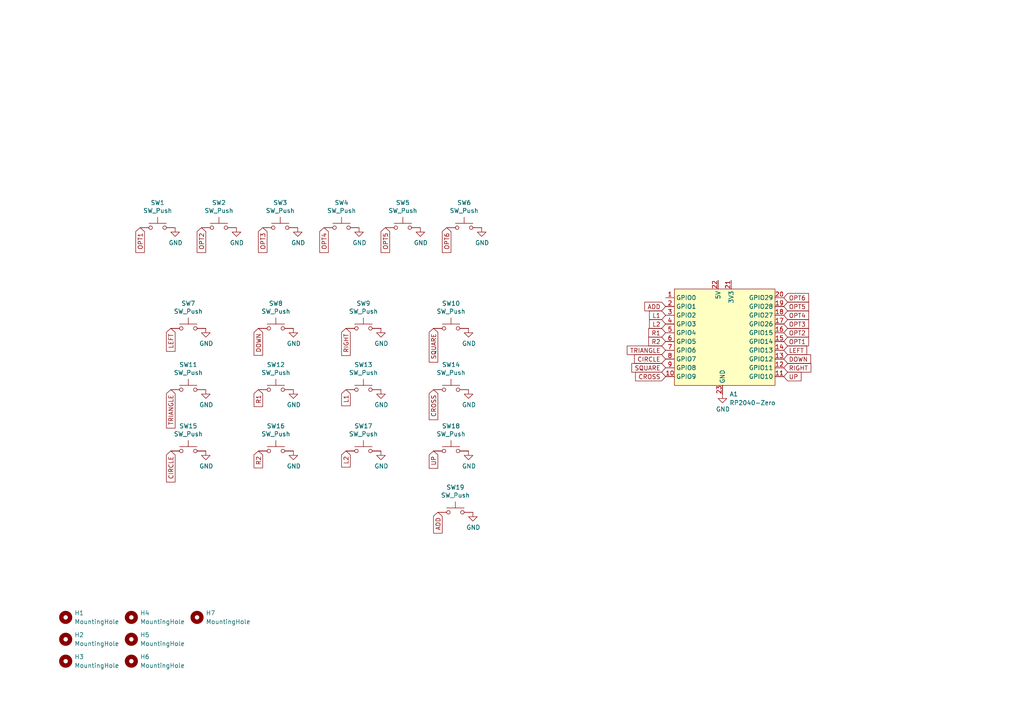
<source format=kicad_sch>
(kicad_sch (version 20230121) (generator eeschema)
  (paper "A4")
  (lib_symbols
    (symbol "Mechanical:MountingHole" (pin_names (offset 1.016))
      (property "Reference" "H" (at 0 5.08 0))
      (property "Value" "MountingHole" (at 0 3.175 0))
      (symbol "MountingHole_0_1"
        (circle (center 0 0) (radius 1.27) (stroke (width 1.27)))
      )
    )
    (symbol "RP2040-Zero:RP2040-Zero"
      (property "Reference" "U" (at 0 1.27 0))
      (property "Value" "RP2040-Zero" (at 0 -1.27 0))
      (symbol "RP2040-Zero_0_1"
        (rectangle (start -13.97 12.7) (end 15.24 -15.24) (fill (type background)))
      )
      (symbol "RP2040-Zero_1_1"
        (pin bidirectional line (at -16.51 10.16 0) (length 2.54) (name "GPIO0") (number "1"))
        (pin bidirectional line (at -16.51 -12.7 0) (length 2.54) (name "GPIO9") (number "10"))
        (pin bidirectional line (at 17.78 -12.7 180) (length 2.54) (name "GPIO10") (number "11"))
        (pin bidirectional line (at 17.78 -10.16 180) (length 2.54) (name "GPIO11") (number "12"))
        (pin bidirectional line (at 17.78 -7.62 180) (length 2.54) (name "GPIO12") (number "13"))
        (pin bidirectional line (at 17.78 -5.08 180) (length 2.54) (name "GPIO13") (number "14"))
        (pin bidirectional line (at 17.78 -2.54 180) (length 2.54) (name "GPIO14") (number "15"))
        (pin bidirectional line (at 17.78 0 180) (length 2.54) (name "GPIO15") (number "16"))
        (pin bidirectional line (at 17.78 2.54 180) (length 2.54) (name "GPIO26") (number "17"))
        (pin bidirectional line (at 17.78 5.08 180) (length 2.54) (name "GPIO27") (number "18"))
        (pin bidirectional line (at 17.78 7.62 180) (length 2.54) (name "GPIO28") (number "19"))
        (pin bidirectional line (at -16.51 7.62 0) (length 2.54) (name "GPIO1") (number "2"))
        (pin bidirectional line (at 17.78 10.16 180) (length 2.54) (name "GPIO29") (number "20"))
        (pin power_out line (at 2.54 15.24 270) (length 2.54) (name "3V3") (number "21"))
        (pin power_in line (at -1.27 15.24 270) (length 2.54) (name "5V") (number "22"))
        (pin power_in line (at 0 -17.78 90) (length 2.54) (name "GND") (number "23"))
        (pin bidirectional line (at -16.51 5.08 0) (length 2.54) (name "GPIO2") (number "3"))
        (pin bidirectional line (at -16.51 2.54 0) (length 2.54) (name "GPIO3") (number "4"))
        (pin bidirectional line (at -16.51 0 0) (length 2.54) (name "GPIO4") (number "5"))
        (pin bidirectional line (at -16.51 -2.54 0) (length 2.54) (name "GPIO5") (number "6"))
        (pin bidirectional line (at -16.51 -5.08 0) (length 2.54) (name "GPIO6") (number "7"))
        (pin bidirectional line (at -16.51 -7.62 0) (length 2.54) (name "GPIO7") (number "8"))
        (pin bidirectional line (at -16.51 -10.16 0) (length 2.54) (name "GPIO8") (number "9"))
      )
    )
    (symbol "Switch:SW_Push" (pin_numbers hide) (pin_names (offset 1.016) hide)
      (property "Reference" "SW" (at 1.27 2.54 0))
      (property "Value" "SW_Push" (at 0 -1.524 0))
      (symbol "SW_Push_0_1"
        (circle (center -2.032 0) (radius 0.508))
        (polyline (pts (xy 0 1.27) (xy 0 3.048)))
        (polyline (pts (xy 2.54 1.27) (xy -2.54 1.27)))
        (circle (center 2.032 0) (radius 0.508))
        (pin passive line (at -5.08 0 0) (length 2.54) (name "1") (number "1"))
        (pin passive line (at 5.08 0 180) (length 2.54) (name "2") (number "2"))
      )
    )
    (symbol "power:GND" (power) (pin_names (offset 0))
      (property "Value" "GND" (at 0 -3.81 0))
      (symbol "GND_0_1"
        (polyline (pts (xy 0 0) (xy 0 -1.27) (xy 1.27 -1.27) (xy 0 -2.54) (xy -1.27 -1.27) (xy 0 -1.27)))
      )
      (symbol "GND_1_1"
        (pin power_in line (at 0 0 270) (length 0) hide (name "GND") (number "1"))
      )
    )
  )
  (global_label "TRIANGLE" (shape input) (at 49.53 113.03 270) (property "Intersheetrefs" "${INTERSHEET_REFS}" (effects hide)))
  (global_label "CROSS" (shape input) (at 125.73 113.03 270) (property "Intersheetrefs" "${INTERSHEET_REFS}" (effects hide)))
  (global_label "R2" (shape input) (at 74.93 130.81 270) (property "Intersheetrefs" "${INTERSHEET_REFS}" (effects hide)))
  (global_label "TRIANGLE" (shape input) (at 193.04 101.6 180) (property "Intersheetrefs" "${INTERSHEET_REFS}" (effects hide)))
  (global_label "OPT1" (shape input) (at 227.33 99.06 0) (property "Intersheetrefs" "${INTERSHEET_REFS}" (effects hide)))
  (global_label "L2" (shape input) (at 100.33 130.81 270) (property "Intersheetrefs" "${INTERSHEET_REFS}" (effects hide)))
  (global_label "R1" (shape input) (at 74.93 113.03 270) (property "Intersheetrefs" "${INTERSHEET_REFS}" (effects hide)))
  (global_label "RIGHT" (shape input) (at 100.33 95.25 270) (property "Intersheetrefs" "${INTERSHEET_REFS}" (effects hide)))
  (global_label "SQUARE" (shape input) (at 125.73 95.25 270) (property "Intersheetrefs" "${INTERSHEET_REFS}" (effects hide)))
  (global_label "OPT6" (shape input) (at 129.54 66.04 270) (property "Intersheetrefs" "${INTERSHEET_REFS}" (effects hide)))
  (global_label "ADD" (shape input) (at 193.04 88.9 180) (property "Intersheetrefs" "${INTERSHEET_REFS}" (effects hide)))
  (global_label "SQUARE" (shape input) (at 193.04 106.68 180) (property "Intersheetrefs" "${INTERSHEET_REFS}" (effects hide)))
  (global_label "OPT2" (shape input) (at 58.42 66.04 270) (property "Intersheetrefs" "${INTERSHEET_REFS}" (effects hide)))
  (global_label "UP" (shape input) (at 125.73 130.81 270) (property "Intersheetrefs" "${INTERSHEET_REFS}" (effects hide)))
  (global_label "RIGHT" (shape input) (at 227.33 106.68 0) (property "Intersheetrefs" "${INTERSHEET_REFS}" (effects hide)))
  (global_label "R1" (shape input) (at 193.04 96.52 180) (property "Intersheetrefs" "${INTERSHEET_REFS}" (effects hide)))
  (global_label "OPT3" (shape input) (at 227.33 93.98 0) (property "Intersheetrefs" "${INTERSHEET_REFS}" (effects hide)))
  (global_label "CIRCLE" (shape input) (at 193.04 104.14 180) (property "Intersheetrefs" "${INTERSHEET_REFS}" (effects hide)))
  (global_label "L2" (shape input) (at 193.04 93.98 180) (property "Intersheetrefs" "${INTERSHEET_REFS}" (effects hide)))
  (global_label "CROSS" (shape input) (at 193.04 109.22 180) (property "Intersheetrefs" "${INTERSHEET_REFS}" (effects hide)))
  (global_label "OPT4" (shape input) (at 227.33 91.44 0) (property "Intersheetrefs" "${INTERSHEET_REFS}" (effects hide)))
  (global_label "DOWN" (shape input) (at 74.93 95.25 270) (property "Intersheetrefs" "${INTERSHEET_REFS}" (effects hide)))
  (global_label "LEFT" (shape input) (at 227.33 101.6 0) (property "Intersheetrefs" "${INTERSHEET_REFS}" (effects hide)))
  (global_label "OPT6" (shape input) (at 227.33 86.36 0) (property "Intersheetrefs" "${INTERSHEET_REFS}" (effects hide)))
  (global_label "DOWN" (shape input) (at 227.33 104.14 0) (property "Intersheetrefs" "${INTERSHEET_REFS}" (effects hide)))
  (global_label "R2" (shape input) (at 193.04 99.06 180) (property "Intersheetrefs" "${INTERSHEET_REFS}" (effects hide)))
  (global_label "LEFT" (shape input) (at 49.53 95.25 270) (property "Intersheetrefs" "${INTERSHEET_REFS}" (effects hide)))
  (global_label "UP" (shape input) (at 227.33 109.22 0) (property "Intersheetrefs" "${INTERSHEET_REFS}" (effects hide)))
  (global_label "OPT4" (shape input) (at 93.98 66.04 270) (property "Intersheetrefs" "${INTERSHEET_REFS}" (effects hide)))
  (global_label "OPT5" (shape input) (at 111.76 66.04 270) (property "Intersheetrefs" "${INTERSHEET_REFS}" (effects hide)))
  (global_label "L1" (shape input) (at 100.33 113.03 270) (property "Intersheetrefs" "${INTERSHEET_REFS}" (effects hide)))
  (global_label "CIRCLE" (shape input) (at 49.53 130.81 270) (property "Intersheetrefs" "${INTERSHEET_REFS}" (effects hide)))
  (global_label "OPT1" (shape input) (at 40.64 66.04 270) (property "Intersheetrefs" "${INTERSHEET_REFS}" (effects hide)))
  (global_label "OPT2" (shape input) (at 227.33 96.52 0) (property "Intersheetrefs" "${INTERSHEET_REFS}" (effects hide)))
  (global_label "OPT3" (shape input) (at 76.2 66.04 270) (property "Intersheetrefs" "${INTERSHEET_REFS}" (effects hide)))
  (global_label "OPT5" (shape input) (at 227.33 88.9 0) (property "Intersheetrefs" "${INTERSHEET_REFS}" (effects hide)))
  (global_label "ADD" (shape input) (at 127 148.59 270) (property "Intersheetrefs" "${INTERSHEET_REFS}" (effects hide)))
  (global_label "L1" (shape input) (at 193.04 91.44 180) (property "Intersheetrefs" "${INTERSHEET_REFS}" (effects hide)))
  (symbol (lib_id "Switch:SW_Push") (at 45.72 66.04 0) (unit 1)
    (property "Reference" "SW1" (at 45.72 58.801 0))
    (property "Value" "SW_Push" (at 45.72 61.1124 0))
    (property "Footprint" "Button_Switch_THT:SW_PUSH_6mm_H5mm" (effects hide))
  )
  (symbol (lib_id "Switch:SW_Push") (at 63.5 66.04 0) (unit 1)
    (property "Reference" "SW2" (at 63.5 58.801 0))
    (property "Value" "SW_Push" (at 63.5 61.1124 0))
    (property "Footprint" "Button_Switch_THT:SW_PUSH_6mm_H5mm" (effects hide))
  )
  (symbol (lib_id "Switch:SW_Push") (at 81.28 66.04 0) (unit 1)
    (property "Reference" "SW3" (at 81.28 58.801 0))
    (property "Value" "SW_Push" (at 81.28 61.1124 0))
    (property "Footprint" "Button_Switch_THT:SW_PUSH_6mm_H5mm" (effects hide))
  )
  (symbol (lib_id "Switch:SW_Push") (at 99.06 66.04 0) (unit 1)
    (property "Reference" "SW4" (at 99.06 58.801 0))
    (property "Value" "SW_Push" (at 99.06 61.1124 0))
    (property "Footprint" "Button_Switch_THT:SW_PUSH_6mm_H5mm" (effects hide))
  )
  (symbol (lib_id "Switch:SW_Push") (at 116.84 66.04 0) (unit 1)
    (property "Reference" "SW5" (at 116.84 58.801 0))
    (property "Value" "SW_Push" (at 116.84 61.1124 0))
    (property "Footprint" "Button_Switch_THT:SW_PUSH_6mm_H5mm" (effects hide))
  )
  (symbol (lib_id "Switch:SW_Push") (at 134.62 66.04 0) (unit 1)
    (property "Reference" "SW6" (at 134.62 58.801 0))
    (property "Value" "SW_Push" (at 134.62 61.1124 0))
    (property "Footprint" "Button_Switch_THT:SW_PUSH_6mm_H5mm" (effects hide))
  )
  (symbol (lib_id "power:GND") (at 50.8 66.04 0) (unit 1)
    (property "Reference" "#PWR01" (effects hide))
    (property "Value" "GND" (at 50.927 70.4342 0))
  )
  (symbol (lib_id "power:GND") (at 68.58 66.04 0) (unit 1)
    (property "Reference" "#PWR02" (effects hide))
    (property "Value" "GND" (at 68.707 70.4342 0))
  )
  (symbol (lib_id "power:GND") (at 86.36 66.04 0) (unit 1)
    (property "Reference" "#PWR03" (effects hide))
    (property "Value" "GND" (at 86.487 70.4342 0))
  )
  (symbol (lib_id "power:GND") (at 104.14 66.04 0) (unit 1)
    (property "Reference" "#PWR04" (effects hide))
    (property "Value" "GND" (at 104.267 70.4342 0))
  )
  (symbol (lib_id "power:GND") (at 121.92 66.04 0) (unit 1)
    (property "Reference" "#PWR05" (effects hide))
    (property "Value" "GND" (at 122.047 70.4342 0))
  )
  (symbol (lib_id "power:GND") (at 139.7 66.04 0) (unit 1)
    (property "Reference" "#PWR06" (effects hide))
    (property "Value" "GND" (at 139.827 70.4342 0))
  )
  (symbol (lib_id "Switch:SW_Push") (at 54.61 95.25 0) (unit 1)
    (property "Reference" "SW7" (at 54.61 88.011 0))
    (property "Value" "SW_Push" (at 54.61 90.3224 0))
    (property "Footprint" "Kailh:Kailh_socket_PG1350_optional" (effects hide))
  )
  (symbol (lib_id "Switch:SW_Push") (at 130.81 130.81 0) (unit 1)
    (property "Reference" "SW18" (at 130.81 123.571 0))
    (property "Value" "SW_Push" (at 130.81 125.8824 0))
    (property "Footprint" "Kailh:Kailh_socket_PG1350_optional" (effects hide))
  )
  (symbol (lib_id "Switch:SW_Push") (at 80.01 113.03 0) (unit 1)
    (property "Reference" "SW12" (at 80.01 105.791 0))
    (property "Value" "SW_Push" (at 80.01 108.1024 0))
    (property "Footprint" "Kailh:Kailh_socket_PG1350_optional" (effects hide))
  )
  (symbol (lib_id "Switch:SW_Push") (at 54.61 130.81 0) (unit 1)
    (property "Reference" "SW15" (at 54.61 123.571 0))
    (property "Value" "SW_Push" (at 54.61 125.8824 0))
    (property "Footprint" "Kailh:Kailh_socket_PG1350_optional" (effects hide))
  )
  (symbol (lib_id "Switch:SW_Push") (at 80.01 95.25 0) (unit 1)
    (property "Reference" "SW8" (at 80.01 88.011 0))
    (property "Value" "SW_Push" (at 80.01 90.3224 0))
    (property "Footprint" "Kailh:Kailh_socket_PG1350_optional" (effects hide))
  )
  (symbol (lib_id "Switch:SW_Push") (at 130.81 95.25 0) (unit 1)
    (property "Reference" "SW10" (at 130.81 88.011 0))
    (property "Value" "SW_Push" (at 130.81 90.3224 0))
    (property "Footprint" "Kailh:Kailh_socket_PG1350_optional" (effects hide))
  )
  (symbol (lib_id "Switch:SW_Push") (at 105.41 113.03 0) (unit 1)
    (property "Reference" "SW13" (at 105.41 105.791 0))
    (property "Value" "SW_Push" (at 105.41 108.1024 0))
    (property "Footprint" "Kailh:Kailh_socket_PG1350_optional" (effects hide))
  )
  (symbol (lib_id "Switch:SW_Push") (at 80.01 130.81 0) (unit 1)
    (property "Reference" "SW16" (at 80.01 123.571 0))
    (property "Value" "SW_Push" (at 80.01 125.8824 0))
    (property "Footprint" "Kailh:Kailh_socket_PG1350_optional" (effects hide))
  )
  (symbol (lib_id "Switch:SW_Push") (at 105.41 95.25 0) (unit 1)
    (property "Reference" "SW9" (at 105.41 88.011 0))
    (property "Value" "SW_Push" (at 105.41 90.3224 0))
    (property "Footprint" "Kailh:Kailh_socket_PG1350_optional" (effects hide))
  )
  (symbol (lib_id "Switch:SW_Push") (at 54.61 113.03 0) (unit 1)
    (property "Reference" "SW11" (at 54.61 105.791 0))
    (property "Value" "SW_Push" (at 54.61 108.1024 0))
    (property "Footprint" "Kailh:Kailh_socket_PG1350_optional" (effects hide))
  )
  (symbol (lib_id "Switch:SW_Push") (at 130.81 113.03 0) (unit 1)
    (property "Reference" "SW14" (at 130.81 105.791 0))
    (property "Value" "SW_Push" (at 130.81 108.1024 0))
    (property "Footprint" "Kailh:Kailh_socket_PG1350_optional" (effects hide))
  )
  (symbol (lib_id "Switch:SW_Push") (at 105.41 130.81 0) (unit 1)
    (property "Reference" "SW17" (at 105.41 123.571 0))
    (property "Value" "SW_Push" (at 105.41 125.8824 0))
    (property "Footprint" "Kailh:Kailh_socket_PG1350_optional" (effects hide))
  )
  (symbol (lib_id "power:GND") (at 59.69 95.25 0) (unit 1)
    (property "Reference" "#PWR07" (effects hide))
    (property "Value" "GND" (at 59.817 99.6442 0))
  )
  (symbol (lib_id "power:GND") (at 135.89 130.81 0) (unit 1)
    (property "Reference" "#PWR018" (effects hide))
    (property "Value" "GND" (at 136.017 135.2042 0))
  )
  (symbol (lib_id "power:GND") (at 85.09 113.03 0) (unit 1)
    (property "Reference" "#PWR012" (effects hide))
    (property "Value" "GND" (at 85.217 117.4242 0))
  )
  (symbol (lib_id "power:GND") (at 59.69 130.81 0) (unit 1)
    (property "Reference" "#PWR015" (effects hide))
    (property "Value" "GND" (at 59.817 135.2042 0))
  )
  (symbol (lib_id "power:GND") (at 85.09 95.25 0) (unit 1)
    (property "Reference" "#PWR08" (effects hide))
    (property "Value" "GND" (at 85.217 99.6442 0))
  )
  (symbol (lib_id "power:GND") (at 135.89 95.25 0) (unit 1)
    (property "Reference" "#PWR010" (effects hide))
    (property "Value" "GND" (at 136.017 99.6442 0))
  )
  (symbol (lib_id "power:GND") (at 110.49 113.03 0) (unit 1)
    (property "Reference" "#PWR013" (effects hide))
    (property "Value" "GND" (at 110.617 117.4242 0))
  )
  (symbol (lib_id "power:GND") (at 85.09 130.81 0) (unit 1)
    (property "Reference" "#PWR016" (effects hide))
    (property "Value" "GND" (at 85.217 135.2042 0))
  )
  (symbol (lib_id "power:GND") (at 110.49 130.81 0) (unit 1)
    (property "Reference" "#PWR017" (effects hide))
    (property "Value" "GND" (at 110.617 135.2042 0))
  )
  (symbol (lib_id "power:GND") (at 135.89 113.03 0) (unit 1)
    (property "Reference" "#PWR014" (effects hide))
    (property "Value" "GND" (at 136.017 117.4242 0))
  )
  (symbol (lib_id "power:GND") (at 59.69 113.03 0) (unit 1)
    (property "Reference" "#PWR011" (effects hide))
    (property "Value" "GND" (at 59.817 117.4242 0))
  )
  (symbol (lib_id "power:GND") (at 110.49 95.25 0) (unit 1)
    (property "Reference" "#PWR09" (effects hide))
    (property "Value" "GND" (at 110.617 99.6442 0))
  )
  (symbol (lib_id "power:GND") (at 209.55 114.3 0) (unit 1)
    (property "Reference" "#PWR0102" (effects hide))
    (property "Value" "GND" (at 209.677 118.6942 0))
  )
  (symbol (lib_id "Switch:SW_Push") (at 132.08 148.59 0) (unit 1)
    (property "Reference" "SW19" (at 132.08 141.351 0))
    (property "Value" "SW_Push" (at 132.08 143.6624 0))
    (property "Footprint" "Kailh:Kailh_socket_PG1350_optional" (effects hide))
  )
  (symbol (lib_id "Mechanical:MountingHole") (at 19.05 191.77 0) (unit 1)
    (property "Reference" "H3" (at 21.59 190.4999 0) (effects (justify left)))
    (property "Value" "MountingHole" (at 21.59 193.0399 0) (effects (justify left)))
    (property "Footprint" "MountingHole:MountingHole_6.4mm_M6" (effects hide))
  )
  (symbol (lib_id "Mechanical:MountingHole") (at 19.05 179.07 0) (unit 1)
    (property "Reference" "H1" (at 21.59 177.7999 0) (effects (justify left)))
    (property "Value" "MountingHole" (at 21.59 180.3399 0) (effects (justify left)))
    (property "Footprint" "MountingHole:MountingHole_6.4mm_M6" (effects hide))
  )
  (symbol (lib_id "Mechanical:MountingHole") (at 57.15 179.07 0) (unit 1)
    (property "Reference" "H7" (at 59.69 177.7999 0) (effects (justify left)))
    (property "Value" "MountingHole" (at 59.69 180.3399 0) (effects (justify left)))
    (property "Footprint" "MountingHole:MountingHole_6.4mm_M6" (effects hide))
  )
  (symbol (lib_id "Mechanical:MountingHole") (at 38.1 179.07 0) (unit 1)
    (property "Reference" "H4" (at 40.64 177.7999 0) (effects (justify left)))
    (property "Value" "MountingHole" (at 40.64 180.3399 0) (effects (justify left)))
    (property "Footprint" "MountingHole:MountingHole_6.4mm_M6" (effects hide))
  )
  (symbol (lib_id "RP2040-Zero:RP2040-Zero") (at 209.55 96.52 0) (unit 1)
    (property "Reference" "A1" (at 211.5694 114.3 0) (effects (justify left)))
    (property "Value" "RP2040-Zero" (at 211.5694 116.84 0) (effects (justify left)))
    (property "Footprint" "RP2040-Zero:RP2040-Zero" (effects hide))
  )
  (symbol (lib_id "power:GND") (at 137.16 148.59 0) (unit 1)
    (property "Reference" "#PWR019" (effects hide))
    (property "Value" "GND" (at 137.287 152.9842 0))
  )
  (symbol (lib_id "Mechanical:MountingHole") (at 38.1 185.42 0) (unit 1)
    (property "Reference" "H5" (at 40.64 184.1499 0) (effects (justify left)))
    (property "Value" "MountingHole" (at 40.64 186.6899 0) (effects (justify left)))
    (property "Footprint" "MountingHole:MountingHole_6.4mm_M6" (effects hide))
  )
  (symbol (lib_id "Mechanical:MountingHole") (at 38.1 191.77 0) (unit 1)
    (property "Reference" "H6" (at 40.64 190.4999 0) (effects (justify left)))
    (property "Value" "MountingHole" (at 40.64 193.0399 0) (effects (justify left)))
    (property "Footprint" "MountingHole:MountingHole_6.4mm_M6" (effects hide))
  )
  (symbol (lib_id "Mechanical:MountingHole") (at 19.05 185.42 0) (unit 1)
    (property "Reference" "H2" (at 21.59 184.1499 0) (effects (justify left)))
    (property "Value" "MountingHole" (at 21.59 186.6899 0) (effects (justify left)))
    (property "Footprint" "MountingHole:MountingHole_6.4mm_M6" (effects hide))
  )
)
</source>
